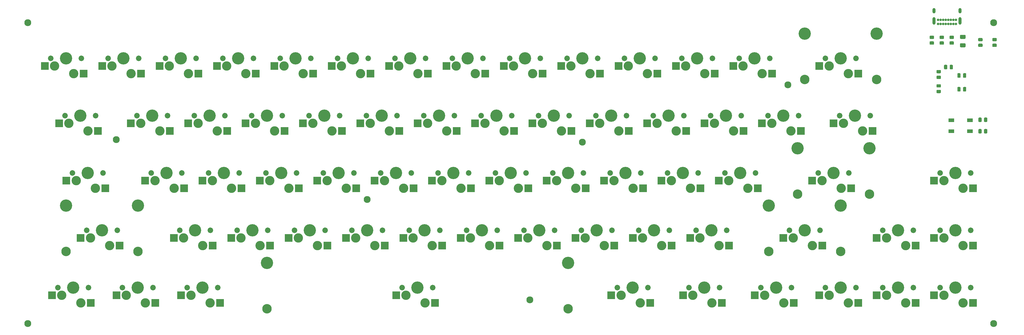
<source format=gts>
%TF.GenerationSoftware,KiCad,Pcbnew,(5.1.6)-1*%
%TF.CreationDate,2020-07-27T20:44:57-04:00*%
%TF.ProjectId,keyboard,6b657962-6f61-4726-942e-6b696361645f,rev?*%
%TF.SameCoordinates,Original*%
%TF.FileFunction,Soldermask,Top*%
%TF.FilePolarity,Negative*%
%FSLAX46Y46*%
G04 Gerber Fmt 4.6, Leading zero omitted, Abs format (unit mm)*
G04 Created by KiCad (PCBNEW (5.1.6)-1) date 2020-07-27 20:44:57*
%MOMM*%
%LPD*%
G01*
G04 APERTURE LIST*
%ADD10C,2.300000*%
%ADD11C,4.087800*%
%ADD12C,3.148000*%
%ADD13R,2.650000X2.600000*%
%ADD14C,1.850000*%
%ADD15C,3.100000*%
%ADD16R,1.900000X1.200000*%
%ADD17O,1.000000X1.800000*%
%ADD18O,1.000000X2.500000*%
%ADD19C,0.800000*%
G04 APERTURE END LIST*
D10*
%TO.C,M2_2.2mm*%
X149225000Y-159543750D03*
%TD*%
%TO.C,M2_2.2mm*%
X220662500Y-140493750D03*
%TD*%
%TO.C,M2_2.2mm*%
X288925000Y-121443750D03*
%TD*%
%TO.C,M2_2.2mm*%
X65881250Y-139700000D03*
%TD*%
%TO.C,M2_2.2mm*%
X203200000Y-192913000D03*
%TD*%
%TO.C,M2_2.2mm*%
X357187500Y-100806250D03*
%TD*%
%TO.C,M2_2.2mm*%
X357187500Y-200818750D03*
%TD*%
%TO.C,M2_2.2mm*%
X36512500Y-100806250D03*
%TD*%
%TO.C,M2_2.2mm*%
X36512500Y-200818750D03*
%TD*%
D11*
%TO.C,MX41*%
X292068250Y-142557500D03*
X315944250Y-142557500D03*
D12*
X292068250Y-157797500D03*
X315944250Y-157797500D03*
D13*
X309848250Y-155892500D03*
X296921250Y-153352500D03*
D14*
X309086250Y-150812500D03*
X298926250Y-150812500D03*
D15*
X300196250Y-153352500D03*
D11*
X304006250Y-150812500D03*
D15*
X306546250Y-155892500D03*
%TD*%
D16*
%TO.C,SW1*%
X349377000Y-133206000D03*
X343177000Y-136906000D03*
X349377000Y-136906000D03*
X343177000Y-133206000D03*
%TD*%
%TO.C,R8*%
G36*
G01*
X357023750Y-107793500D02*
X357986250Y-107793500D01*
G75*
G02*
X358255000Y-108062250I0J-268750D01*
G01*
X358255000Y-108599750D01*
G75*
G02*
X357986250Y-108868500I-268750J0D01*
G01*
X357023750Y-108868500D01*
G75*
G02*
X356755000Y-108599750I0J268750D01*
G01*
X356755000Y-108062250D01*
G75*
G02*
X357023750Y-107793500I268750J0D01*
G01*
G37*
G36*
G01*
X357023750Y-105918500D02*
X357986250Y-105918500D01*
G75*
G02*
X358255000Y-106187250I0J-268750D01*
G01*
X358255000Y-106724750D01*
G75*
G02*
X357986250Y-106993500I-268750J0D01*
G01*
X357023750Y-106993500D01*
G75*
G02*
X356755000Y-106724750I0J268750D01*
G01*
X356755000Y-106187250D01*
G75*
G02*
X357023750Y-105918500I268750J0D01*
G01*
G37*
%TD*%
%TO.C,R7*%
G36*
G01*
X337158250Y-106231500D02*
X336195750Y-106231500D01*
G75*
G02*
X335927000Y-105962750I0J268750D01*
G01*
X335927000Y-105425250D01*
G75*
G02*
X336195750Y-105156500I268750J0D01*
G01*
X337158250Y-105156500D01*
G75*
G02*
X337427000Y-105425250I0J-268750D01*
G01*
X337427000Y-105962750D01*
G75*
G02*
X337158250Y-106231500I-268750J0D01*
G01*
G37*
G36*
G01*
X337158250Y-108106500D02*
X336195750Y-108106500D01*
G75*
G02*
X335927000Y-107837750I0J268750D01*
G01*
X335927000Y-107300250D01*
G75*
G02*
X336195750Y-107031500I268750J0D01*
G01*
X337158250Y-107031500D01*
G75*
G02*
X337427000Y-107300250I0J-268750D01*
G01*
X337427000Y-107837750D01*
G75*
G02*
X337158250Y-108106500I-268750J0D01*
G01*
G37*
%TD*%
%TO.C,R4*%
G36*
G01*
X353216500Y-132614750D02*
X353216500Y-133577250D01*
G75*
G02*
X352947750Y-133846000I-268750J0D01*
G01*
X352410250Y-133846000D01*
G75*
G02*
X352141500Y-133577250I0J268750D01*
G01*
X352141500Y-132614750D01*
G75*
G02*
X352410250Y-132346000I268750J0D01*
G01*
X352947750Y-132346000D01*
G75*
G02*
X353216500Y-132614750I0J-268750D01*
G01*
G37*
G36*
G01*
X355091500Y-132614750D02*
X355091500Y-133577250D01*
G75*
G02*
X354822750Y-133846000I-268750J0D01*
G01*
X354285250Y-133846000D01*
G75*
G02*
X354016500Y-133577250I0J268750D01*
G01*
X354016500Y-132614750D01*
G75*
G02*
X354285250Y-132346000I268750J0D01*
G01*
X354822750Y-132346000D01*
G75*
G02*
X355091500Y-132614750I0J-268750D01*
G01*
G37*
%TD*%
%TO.C,R3*%
G36*
G01*
X343762250Y-106231500D02*
X342799750Y-106231500D01*
G75*
G02*
X342531000Y-105962750I0J268750D01*
G01*
X342531000Y-105425250D01*
G75*
G02*
X342799750Y-105156500I268750J0D01*
G01*
X343762250Y-105156500D01*
G75*
G02*
X344031000Y-105425250I0J-268750D01*
G01*
X344031000Y-105962750D01*
G75*
G02*
X343762250Y-106231500I-268750J0D01*
G01*
G37*
G36*
G01*
X343762250Y-108106500D02*
X342799750Y-108106500D01*
G75*
G02*
X342531000Y-107837750I0J268750D01*
G01*
X342531000Y-107300250D01*
G75*
G02*
X342799750Y-107031500I268750J0D01*
G01*
X343762250Y-107031500D01*
G75*
G02*
X344031000Y-107300250I0J-268750D01*
G01*
X344031000Y-107837750D01*
G75*
G02*
X343762250Y-108106500I-268750J0D01*
G01*
G37*
%TD*%
%TO.C,R2*%
G36*
G01*
X340460250Y-106231500D02*
X339497750Y-106231500D01*
G75*
G02*
X339229000Y-105962750I0J268750D01*
G01*
X339229000Y-105425250D01*
G75*
G02*
X339497750Y-105156500I268750J0D01*
G01*
X340460250Y-105156500D01*
G75*
G02*
X340729000Y-105425250I0J-268750D01*
G01*
X340729000Y-105962750D01*
G75*
G02*
X340460250Y-106231500I-268750J0D01*
G01*
G37*
G36*
G01*
X340460250Y-108106500D02*
X339497750Y-108106500D01*
G75*
G02*
X339229000Y-107837750I0J268750D01*
G01*
X339229000Y-107300250D01*
G75*
G02*
X339497750Y-107031500I268750J0D01*
G01*
X340460250Y-107031500D01*
G75*
G02*
X340729000Y-107300250I0J-268750D01*
G01*
X340729000Y-107837750D01*
G75*
G02*
X340460250Y-108106500I-268750J0D01*
G01*
G37*
%TD*%
D13*
%TO.C,MX66*%
X350329500Y-193992500D03*
X337402500Y-191452500D03*
D14*
X349567500Y-188912500D03*
X339407500Y-188912500D03*
D15*
X340677500Y-191452500D03*
D11*
X344487500Y-188912500D03*
D15*
X347027500Y-193992500D03*
%TD*%
D13*
%TO.C,MX65*%
X331279500Y-193992500D03*
X318352500Y-191452500D03*
D14*
X330517500Y-188912500D03*
X320357500Y-188912500D03*
D15*
X321627500Y-191452500D03*
D11*
X325437500Y-188912500D03*
D15*
X327977500Y-193992500D03*
%TD*%
D13*
%TO.C,MX64*%
X312229500Y-193992500D03*
X299302500Y-191452500D03*
D14*
X311467500Y-188912500D03*
X301307500Y-188912500D03*
D15*
X302577500Y-191452500D03*
D11*
X306387500Y-188912500D03*
D15*
X308927500Y-193992500D03*
%TD*%
D13*
%TO.C,MX63*%
X290798250Y-193992500D03*
X277871250Y-191452500D03*
D14*
X290036250Y-188912500D03*
X279876250Y-188912500D03*
D15*
X281146250Y-191452500D03*
D11*
X284956250Y-188912500D03*
D15*
X287496250Y-193992500D03*
%TD*%
D13*
%TO.C,MX62*%
X266985750Y-193992500D03*
X254058750Y-191452500D03*
D14*
X266223750Y-188912500D03*
X256063750Y-188912500D03*
D15*
X257333750Y-191452500D03*
D11*
X261143750Y-188912500D03*
D15*
X263683750Y-193992500D03*
%TD*%
D13*
%TO.C,MX61*%
X243173250Y-193992500D03*
X230246250Y-191452500D03*
D14*
X242411250Y-188912500D03*
X232251250Y-188912500D03*
D15*
X233521250Y-191452500D03*
D11*
X237331250Y-188912500D03*
D15*
X239871250Y-193992500D03*
%TD*%
D11*
%TO.C,MX60*%
X115893850Y-180657500D03*
X215893650Y-180657500D03*
D12*
X115893850Y-195897500D03*
X215893650Y-195897500D03*
D13*
X171735750Y-193992500D03*
X158808750Y-191452500D03*
D14*
X170973750Y-188912500D03*
X160813750Y-188912500D03*
D15*
X162083750Y-191452500D03*
D11*
X165893750Y-188912500D03*
D15*
X168433750Y-193992500D03*
%TD*%
D13*
%TO.C,MX59*%
X100298250Y-193992500D03*
X87371250Y-191452500D03*
D14*
X99536250Y-188912500D03*
X89376250Y-188912500D03*
D15*
X90646250Y-191452500D03*
D11*
X94456250Y-188912500D03*
D15*
X96996250Y-193992500D03*
%TD*%
D13*
%TO.C,MX58*%
X78867000Y-193992500D03*
X65940000Y-191452500D03*
D14*
X78105000Y-188912500D03*
X67945000Y-188912500D03*
D15*
X69215000Y-191452500D03*
D11*
X73025000Y-188912500D03*
D15*
X75565000Y-193992500D03*
%TD*%
D13*
%TO.C,MX57*%
X57435750Y-193992500D03*
X44508750Y-191452500D03*
D14*
X56673750Y-188912500D03*
X46513750Y-188912500D03*
D15*
X47783750Y-191452500D03*
D11*
X51593750Y-188912500D03*
D15*
X54133750Y-193992500D03*
%TD*%
D13*
%TO.C,MX56*%
X350329500Y-174942500D03*
X337402500Y-172402500D03*
D14*
X349567500Y-169862500D03*
X339407500Y-169862500D03*
D15*
X340677500Y-172402500D03*
D11*
X344487500Y-169862500D03*
D15*
X347027500Y-174942500D03*
%TD*%
D13*
%TO.C,MX55*%
X331279500Y-174942500D03*
X318352500Y-172402500D03*
D14*
X330517500Y-169862500D03*
X320357500Y-169862500D03*
D15*
X321627500Y-172402500D03*
D11*
X325437500Y-169862500D03*
D15*
X327977500Y-174942500D03*
%TD*%
D11*
%TO.C,MX54*%
X282543250Y-161607500D03*
X306419250Y-161607500D03*
D12*
X282543250Y-176847500D03*
X306419250Y-176847500D03*
D13*
X300323250Y-174942500D03*
X287396250Y-172402500D03*
D14*
X299561250Y-169862500D03*
X289401250Y-169862500D03*
D15*
X290671250Y-172402500D03*
D11*
X294481250Y-169862500D03*
D15*
X297021250Y-174942500D03*
%TD*%
D13*
%TO.C,MX53*%
X269367000Y-174942500D03*
X256440000Y-172402500D03*
D14*
X268605000Y-169862500D03*
X258445000Y-169862500D03*
D15*
X259715000Y-172402500D03*
D11*
X263525000Y-169862500D03*
D15*
X266065000Y-174942500D03*
%TD*%
D13*
%TO.C,MX52*%
X250317000Y-174942500D03*
X237390000Y-172402500D03*
D14*
X249555000Y-169862500D03*
X239395000Y-169862500D03*
D15*
X240665000Y-172402500D03*
D11*
X244475000Y-169862500D03*
D15*
X247015000Y-174942500D03*
%TD*%
D13*
%TO.C,MX51*%
X231267000Y-174942500D03*
X218340000Y-172402500D03*
D14*
X230505000Y-169862500D03*
X220345000Y-169862500D03*
D15*
X221615000Y-172402500D03*
D11*
X225425000Y-169862500D03*
D15*
X227965000Y-174942500D03*
%TD*%
D13*
%TO.C,MX50*%
X212217000Y-174942500D03*
X199290000Y-172402500D03*
D14*
X211455000Y-169862500D03*
X201295000Y-169862500D03*
D15*
X202565000Y-172402500D03*
D11*
X206375000Y-169862500D03*
D15*
X208915000Y-174942500D03*
%TD*%
D13*
%TO.C,MX49*%
X193167000Y-174942500D03*
X180240000Y-172402500D03*
D14*
X192405000Y-169862500D03*
X182245000Y-169862500D03*
D15*
X183515000Y-172402500D03*
D11*
X187325000Y-169862500D03*
D15*
X189865000Y-174942500D03*
%TD*%
D13*
%TO.C,MX48*%
X174117000Y-174942500D03*
X161190000Y-172402500D03*
D14*
X173355000Y-169862500D03*
X163195000Y-169862500D03*
D15*
X164465000Y-172402500D03*
D11*
X168275000Y-169862500D03*
D15*
X170815000Y-174942500D03*
%TD*%
D13*
%TO.C,MX47*%
X155067000Y-174942500D03*
X142140000Y-172402500D03*
D14*
X154305000Y-169862500D03*
X144145000Y-169862500D03*
D15*
X145415000Y-172402500D03*
D11*
X149225000Y-169862500D03*
D15*
X151765000Y-174942500D03*
%TD*%
D13*
%TO.C,MX46*%
X136017000Y-174942500D03*
X123090000Y-172402500D03*
D14*
X135255000Y-169862500D03*
X125095000Y-169862500D03*
D15*
X126365000Y-172402500D03*
D11*
X130175000Y-169862500D03*
D15*
X132715000Y-174942500D03*
%TD*%
D13*
%TO.C,MX45*%
X116967000Y-174942500D03*
X104040000Y-172402500D03*
D14*
X116205000Y-169862500D03*
X106045000Y-169862500D03*
D15*
X107315000Y-172402500D03*
D11*
X111125000Y-169862500D03*
D15*
X113665000Y-174942500D03*
%TD*%
D13*
%TO.C,MX44*%
X97917000Y-174942500D03*
X84990000Y-172402500D03*
D14*
X97155000Y-169862500D03*
X86995000Y-169862500D03*
D15*
X88265000Y-172402500D03*
D11*
X92075000Y-169862500D03*
D15*
X94615000Y-174942500D03*
%TD*%
D11*
%TO.C,MX43*%
X49180750Y-161607500D03*
X73056750Y-161607500D03*
D12*
X49180750Y-176847500D03*
X73056750Y-176847500D03*
D13*
X66960750Y-174942500D03*
X54033750Y-172402500D03*
D14*
X66198750Y-169862500D03*
X56038750Y-169862500D03*
D15*
X57308750Y-172402500D03*
D11*
X61118750Y-169862500D03*
D15*
X63658750Y-174942500D03*
%TD*%
D13*
%TO.C,MX42*%
X350329500Y-155892500D03*
X337402500Y-153352500D03*
D14*
X349567500Y-150812500D03*
X339407500Y-150812500D03*
D15*
X340677500Y-153352500D03*
D11*
X344487500Y-150812500D03*
D15*
X347027500Y-155892500D03*
%TD*%
D13*
%TO.C,MX40*%
X278892000Y-155892500D03*
X265965000Y-153352500D03*
D14*
X278130000Y-150812500D03*
X267970000Y-150812500D03*
D15*
X269240000Y-153352500D03*
D11*
X273050000Y-150812500D03*
D15*
X275590000Y-155892500D03*
%TD*%
D13*
%TO.C,MX39*%
X259842000Y-155892500D03*
X246915000Y-153352500D03*
D14*
X259080000Y-150812500D03*
X248920000Y-150812500D03*
D15*
X250190000Y-153352500D03*
D11*
X254000000Y-150812500D03*
D15*
X256540000Y-155892500D03*
%TD*%
D13*
%TO.C,MX38*%
X240792000Y-155892500D03*
X227865000Y-153352500D03*
D14*
X240030000Y-150812500D03*
X229870000Y-150812500D03*
D15*
X231140000Y-153352500D03*
D11*
X234950000Y-150812500D03*
D15*
X237490000Y-155892500D03*
%TD*%
D13*
%TO.C,MX37*%
X221742000Y-155892500D03*
X208815000Y-153352500D03*
D14*
X220980000Y-150812500D03*
X210820000Y-150812500D03*
D15*
X212090000Y-153352500D03*
D11*
X215900000Y-150812500D03*
D15*
X218440000Y-155892500D03*
%TD*%
D13*
%TO.C,MX36*%
X202692000Y-155892500D03*
X189765000Y-153352500D03*
D14*
X201930000Y-150812500D03*
X191770000Y-150812500D03*
D15*
X193040000Y-153352500D03*
D11*
X196850000Y-150812500D03*
D15*
X199390000Y-155892500D03*
%TD*%
D13*
%TO.C,MX35*%
X183642000Y-155892500D03*
X170715000Y-153352500D03*
D14*
X182880000Y-150812500D03*
X172720000Y-150812500D03*
D15*
X173990000Y-153352500D03*
D11*
X177800000Y-150812500D03*
D15*
X180340000Y-155892500D03*
%TD*%
D13*
%TO.C,MX34*%
X164592000Y-155892500D03*
X151665000Y-153352500D03*
D14*
X163830000Y-150812500D03*
X153670000Y-150812500D03*
D15*
X154940000Y-153352500D03*
D11*
X158750000Y-150812500D03*
D15*
X161290000Y-155892500D03*
%TD*%
D13*
%TO.C,MX33*%
X145542000Y-155892500D03*
X132615000Y-153352500D03*
D14*
X144780000Y-150812500D03*
X134620000Y-150812500D03*
D15*
X135890000Y-153352500D03*
D11*
X139700000Y-150812500D03*
D15*
X142240000Y-155892500D03*
%TD*%
D13*
%TO.C,MX32*%
X126492000Y-155892500D03*
X113565000Y-153352500D03*
D14*
X125730000Y-150812500D03*
X115570000Y-150812500D03*
D15*
X116840000Y-153352500D03*
D11*
X120650000Y-150812500D03*
D15*
X123190000Y-155892500D03*
%TD*%
D13*
%TO.C,MX31*%
X107442000Y-155892500D03*
X94515000Y-153352500D03*
D14*
X106680000Y-150812500D03*
X96520000Y-150812500D03*
D15*
X97790000Y-153352500D03*
D11*
X101600000Y-150812500D03*
D15*
X104140000Y-155892500D03*
%TD*%
D13*
%TO.C,MX30*%
X88392000Y-155892500D03*
X75465000Y-153352500D03*
D14*
X87630000Y-150812500D03*
X77470000Y-150812500D03*
D15*
X78740000Y-153352500D03*
D11*
X82550000Y-150812500D03*
D15*
X85090000Y-155892500D03*
%TD*%
D13*
%TO.C,MX29*%
X62198250Y-155892500D03*
X49271250Y-153352500D03*
D14*
X61436250Y-150812500D03*
X51276250Y-150812500D03*
D15*
X52546250Y-153352500D03*
D11*
X56356250Y-150812500D03*
D15*
X58896250Y-155892500D03*
%TD*%
D13*
%TO.C,MX28*%
X316992000Y-136842500D03*
X304065000Y-134302500D03*
D14*
X316230000Y-131762500D03*
X306070000Y-131762500D03*
D15*
X307340000Y-134302500D03*
D11*
X311150000Y-131762500D03*
D15*
X313690000Y-136842500D03*
%TD*%
D13*
%TO.C,MX27*%
X293179500Y-136842500D03*
X280252500Y-134302500D03*
D14*
X292417500Y-131762500D03*
X282257500Y-131762500D03*
D15*
X283527500Y-134302500D03*
D11*
X287337500Y-131762500D03*
D15*
X289877500Y-136842500D03*
%TD*%
D13*
%TO.C,MX26*%
X274129500Y-136842500D03*
X261202500Y-134302500D03*
D14*
X273367500Y-131762500D03*
X263207500Y-131762500D03*
D15*
X264477500Y-134302500D03*
D11*
X268287500Y-131762500D03*
D15*
X270827500Y-136842500D03*
%TD*%
D13*
%TO.C,MX25*%
X255079500Y-136842500D03*
X242152500Y-134302500D03*
D14*
X254317500Y-131762500D03*
X244157500Y-131762500D03*
D15*
X245427500Y-134302500D03*
D11*
X249237500Y-131762500D03*
D15*
X251777500Y-136842500D03*
%TD*%
D13*
%TO.C,MX24*%
X236029500Y-136842500D03*
X223102500Y-134302500D03*
D14*
X235267500Y-131762500D03*
X225107500Y-131762500D03*
D15*
X226377500Y-134302500D03*
D11*
X230187500Y-131762500D03*
D15*
X232727500Y-136842500D03*
%TD*%
D13*
%TO.C,MX23*%
X216979500Y-136842500D03*
X204052500Y-134302500D03*
D14*
X216217500Y-131762500D03*
X206057500Y-131762500D03*
D15*
X207327500Y-134302500D03*
D11*
X211137500Y-131762500D03*
D15*
X213677500Y-136842500D03*
%TD*%
D13*
%TO.C,MX22*%
X197929500Y-136842500D03*
X185002500Y-134302500D03*
D14*
X197167500Y-131762500D03*
X187007500Y-131762500D03*
D15*
X188277500Y-134302500D03*
D11*
X192087500Y-131762500D03*
D15*
X194627500Y-136842500D03*
%TD*%
D13*
%TO.C,MX21*%
X178879500Y-136842500D03*
X165952500Y-134302500D03*
D14*
X178117500Y-131762500D03*
X167957500Y-131762500D03*
D15*
X169227500Y-134302500D03*
D11*
X173037500Y-131762500D03*
D15*
X175577500Y-136842500D03*
%TD*%
D13*
%TO.C,MX20*%
X159829500Y-136842500D03*
X146902500Y-134302500D03*
D14*
X159067500Y-131762500D03*
X148907500Y-131762500D03*
D15*
X150177500Y-134302500D03*
D11*
X153987500Y-131762500D03*
D15*
X156527500Y-136842500D03*
%TD*%
D13*
%TO.C,MX19*%
X140779500Y-136842500D03*
X127852500Y-134302500D03*
D14*
X140017500Y-131762500D03*
X129857500Y-131762500D03*
D15*
X131127500Y-134302500D03*
D11*
X134937500Y-131762500D03*
D15*
X137477500Y-136842500D03*
%TD*%
D13*
%TO.C,MX18*%
X121729500Y-136842500D03*
X108802500Y-134302500D03*
D14*
X120967500Y-131762500D03*
X110807500Y-131762500D03*
D15*
X112077500Y-134302500D03*
D11*
X115887500Y-131762500D03*
D15*
X118427500Y-136842500D03*
%TD*%
D13*
%TO.C,MX17*%
X102679500Y-136842500D03*
X89752500Y-134302500D03*
D14*
X101917500Y-131762500D03*
X91757500Y-131762500D03*
D15*
X93027500Y-134302500D03*
D11*
X96837500Y-131762500D03*
D15*
X99377500Y-136842500D03*
%TD*%
D13*
%TO.C,MX16*%
X83629500Y-136842500D03*
X70702500Y-134302500D03*
D14*
X82867500Y-131762500D03*
X72707500Y-131762500D03*
D15*
X73977500Y-134302500D03*
D11*
X77787500Y-131762500D03*
D15*
X80327500Y-136842500D03*
%TD*%
D13*
%TO.C,MX15*%
X59817000Y-136842500D03*
X46890000Y-134302500D03*
D14*
X59055000Y-131762500D03*
X48895000Y-131762500D03*
D15*
X50165000Y-134302500D03*
D11*
X53975000Y-131762500D03*
D15*
X56515000Y-136842500D03*
%TD*%
D11*
%TO.C,MX14*%
X294449500Y-104457500D03*
X318325500Y-104457500D03*
D12*
X294449500Y-119697500D03*
X318325500Y-119697500D03*
D13*
X312229500Y-117792500D03*
X299302500Y-115252500D03*
D14*
X311467500Y-112712500D03*
X301307500Y-112712500D03*
D15*
X302577500Y-115252500D03*
D11*
X306387500Y-112712500D03*
D15*
X308927500Y-117792500D03*
%TD*%
D13*
%TO.C,MX13*%
X283654500Y-117792500D03*
X270727500Y-115252500D03*
D14*
X282892500Y-112712500D03*
X272732500Y-112712500D03*
D15*
X274002500Y-115252500D03*
D11*
X277812500Y-112712500D03*
D15*
X280352500Y-117792500D03*
%TD*%
D13*
%TO.C,MX12*%
X264604500Y-117792500D03*
X251677500Y-115252500D03*
D14*
X263842500Y-112712500D03*
X253682500Y-112712500D03*
D15*
X254952500Y-115252500D03*
D11*
X258762500Y-112712500D03*
D15*
X261302500Y-117792500D03*
%TD*%
D13*
%TO.C,MX11*%
X245554500Y-117792500D03*
X232627500Y-115252500D03*
D14*
X244792500Y-112712500D03*
X234632500Y-112712500D03*
D15*
X235902500Y-115252500D03*
D11*
X239712500Y-112712500D03*
D15*
X242252500Y-117792500D03*
%TD*%
D13*
%TO.C,MX10*%
X226504500Y-117792500D03*
X213577500Y-115252500D03*
D14*
X225742500Y-112712500D03*
X215582500Y-112712500D03*
D15*
X216852500Y-115252500D03*
D11*
X220662500Y-112712500D03*
D15*
X223202500Y-117792500D03*
%TD*%
D13*
%TO.C,MX9*%
X207454500Y-117792500D03*
X194527500Y-115252500D03*
D14*
X206692500Y-112712500D03*
X196532500Y-112712500D03*
D15*
X197802500Y-115252500D03*
D11*
X201612500Y-112712500D03*
D15*
X204152500Y-117792500D03*
%TD*%
D13*
%TO.C,MX8*%
X188404500Y-117792500D03*
X175477500Y-115252500D03*
D14*
X187642500Y-112712500D03*
X177482500Y-112712500D03*
D15*
X178752500Y-115252500D03*
D11*
X182562500Y-112712500D03*
D15*
X185102500Y-117792500D03*
%TD*%
D13*
%TO.C,MX7*%
X169354500Y-117792500D03*
X156427500Y-115252500D03*
D14*
X168592500Y-112712500D03*
X158432500Y-112712500D03*
D15*
X159702500Y-115252500D03*
D11*
X163512500Y-112712500D03*
D15*
X166052500Y-117792500D03*
%TD*%
D13*
%TO.C,MX6*%
X150304500Y-117792500D03*
X137377500Y-115252500D03*
D14*
X149542500Y-112712500D03*
X139382500Y-112712500D03*
D15*
X140652500Y-115252500D03*
D11*
X144462500Y-112712500D03*
D15*
X147002500Y-117792500D03*
%TD*%
D13*
%TO.C,MX5*%
X131254500Y-117792500D03*
X118327500Y-115252500D03*
D14*
X130492500Y-112712500D03*
X120332500Y-112712500D03*
D15*
X121602500Y-115252500D03*
D11*
X125412500Y-112712500D03*
D15*
X127952500Y-117792500D03*
%TD*%
D13*
%TO.C,MX4*%
X112204500Y-117792500D03*
X99277500Y-115252500D03*
D14*
X111442500Y-112712500D03*
X101282500Y-112712500D03*
D15*
X102552500Y-115252500D03*
D11*
X106362500Y-112712500D03*
D15*
X108902500Y-117792500D03*
%TD*%
D13*
%TO.C,MX3*%
X93154500Y-117792500D03*
X80227500Y-115252500D03*
D14*
X92392500Y-112712500D03*
X82232500Y-112712500D03*
D15*
X83502500Y-115252500D03*
D11*
X87312500Y-112712500D03*
D15*
X89852500Y-117792500D03*
%TD*%
D13*
%TO.C,MX2*%
X74104500Y-117792500D03*
X61177500Y-115252500D03*
D14*
X73342500Y-112712500D03*
X63182500Y-112712500D03*
D15*
X64452500Y-115252500D03*
D11*
X68262500Y-112712500D03*
D15*
X70802500Y-117792500D03*
%TD*%
D13*
%TO.C,MX1*%
X55054500Y-117792500D03*
X42127500Y-115252500D03*
D14*
X54292500Y-112712500D03*
X44132500Y-112712500D03*
D15*
X45402500Y-115252500D03*
D11*
X49212500Y-112712500D03*
D15*
X51752500Y-117792500D03*
%TD*%
D17*
%TO.C,J1*%
X346072500Y-96859000D03*
X337422500Y-96859000D03*
D18*
X346072500Y-100239000D03*
X337422500Y-100239000D03*
D19*
X342172500Y-99869000D03*
X344722500Y-99869000D03*
X343872500Y-99869000D03*
X343022500Y-99869000D03*
X338772500Y-99869000D03*
X340472500Y-99869000D03*
X341322500Y-99869000D03*
X339622500Y-99869000D03*
X344722500Y-101219000D03*
X343872500Y-101219000D03*
X343022500Y-101219000D03*
X342172500Y-101219000D03*
X341322500Y-101219000D03*
X340472500Y-101219000D03*
X339622500Y-101219000D03*
X338772500Y-101219000D03*
%TD*%
%TO.C,F1*%
G36*
G01*
X347619000Y-106206000D02*
X346309000Y-106206000D01*
G75*
G02*
X346039000Y-105936000I0J270000D01*
G01*
X346039000Y-105126000D01*
G75*
G02*
X346309000Y-104856000I270000J0D01*
G01*
X347619000Y-104856000D01*
G75*
G02*
X347889000Y-105126000I0J-270000D01*
G01*
X347889000Y-105936000D01*
G75*
G02*
X347619000Y-106206000I-270000J0D01*
G01*
G37*
G36*
G01*
X347619000Y-109006000D02*
X346309000Y-109006000D01*
G75*
G02*
X346039000Y-108736000I0J270000D01*
G01*
X346039000Y-107926000D01*
G75*
G02*
X346309000Y-107656000I270000J0D01*
G01*
X347619000Y-107656000D01*
G75*
G02*
X347889000Y-107926000I0J-270000D01*
G01*
X347889000Y-108736000D01*
G75*
G02*
X347619000Y-109006000I-270000J0D01*
G01*
G37*
%TD*%
%TO.C,D67*%
G36*
G01*
X352324750Y-107793500D02*
X353287250Y-107793500D01*
G75*
G02*
X353556000Y-108062250I0J-268750D01*
G01*
X353556000Y-108599750D01*
G75*
G02*
X353287250Y-108868500I-268750J0D01*
G01*
X352324750Y-108868500D01*
G75*
G02*
X352056000Y-108599750I0J268750D01*
G01*
X352056000Y-108062250D01*
G75*
G02*
X352324750Y-107793500I268750J0D01*
G01*
G37*
G36*
G01*
X352324750Y-105918500D02*
X353287250Y-105918500D01*
G75*
G02*
X353556000Y-106187250I0J-268750D01*
G01*
X353556000Y-106724750D01*
G75*
G02*
X353287250Y-106993500I-268750J0D01*
G01*
X352324750Y-106993500D01*
G75*
G02*
X352056000Y-106724750I0J268750D01*
G01*
X352056000Y-106187250D01*
G75*
G02*
X352324750Y-105918500I268750J0D01*
G01*
G37*
%TD*%
%TO.C,C9*%
G36*
G01*
X354016500Y-137387250D02*
X354016500Y-136424750D01*
G75*
G02*
X354285250Y-136156000I268750J0D01*
G01*
X354822750Y-136156000D01*
G75*
G02*
X355091500Y-136424750I0J-268750D01*
G01*
X355091500Y-137387250D01*
G75*
G02*
X354822750Y-137656000I-268750J0D01*
G01*
X354285250Y-137656000D01*
G75*
G02*
X354016500Y-137387250I0J268750D01*
G01*
G37*
G36*
G01*
X352141500Y-137387250D02*
X352141500Y-136424750D01*
G75*
G02*
X352410250Y-136156000I268750J0D01*
G01*
X352947750Y-136156000D01*
G75*
G02*
X353216500Y-136424750I0J-268750D01*
G01*
X353216500Y-137387250D01*
G75*
G02*
X352947750Y-137656000I-268750J0D01*
G01*
X352410250Y-137656000D01*
G75*
G02*
X352141500Y-137387250I0J268750D01*
G01*
G37*
%TD*%
%TO.C,C6*%
G36*
G01*
X341816500Y-115088750D02*
X341816500Y-116051250D01*
G75*
G02*
X341547750Y-116320000I-268750J0D01*
G01*
X341010250Y-116320000D01*
G75*
G02*
X340741500Y-116051250I0J268750D01*
G01*
X340741500Y-115088750D01*
G75*
G02*
X341010250Y-114820000I268750J0D01*
G01*
X341547750Y-114820000D01*
G75*
G02*
X341816500Y-115088750I0J-268750D01*
G01*
G37*
G36*
G01*
X343691500Y-115088750D02*
X343691500Y-116051250D01*
G75*
G02*
X343422750Y-116320000I-268750J0D01*
G01*
X342885250Y-116320000D01*
G75*
G02*
X342616500Y-116051250I0J268750D01*
G01*
X342616500Y-115088750D01*
G75*
G02*
X342885250Y-114820000I268750J0D01*
G01*
X343422750Y-114820000D01*
G75*
G02*
X343691500Y-115088750I0J-268750D01*
G01*
G37*
%TD*%
%TO.C,C5*%
G36*
G01*
X347031500Y-118845250D02*
X347031500Y-117882750D01*
G75*
G02*
X347300250Y-117614000I268750J0D01*
G01*
X347837750Y-117614000D01*
G75*
G02*
X348106500Y-117882750I0J-268750D01*
G01*
X348106500Y-118845250D01*
G75*
G02*
X347837750Y-119114000I-268750J0D01*
G01*
X347300250Y-119114000D01*
G75*
G02*
X347031500Y-118845250I0J268750D01*
G01*
G37*
G36*
G01*
X345156500Y-118845250D02*
X345156500Y-117882750D01*
G75*
G02*
X345425250Y-117614000I268750J0D01*
G01*
X345962750Y-117614000D01*
G75*
G02*
X346231500Y-117882750I0J-268750D01*
G01*
X346231500Y-118845250D01*
G75*
G02*
X345962750Y-119114000I-268750J0D01*
G01*
X345425250Y-119114000D01*
G75*
G02*
X345156500Y-118845250I0J268750D01*
G01*
G37*
%TD*%
%TO.C,C4*%
G36*
G01*
X347031500Y-123417250D02*
X347031500Y-122454750D01*
G75*
G02*
X347300250Y-122186000I268750J0D01*
G01*
X347837750Y-122186000D01*
G75*
G02*
X348106500Y-122454750I0J-268750D01*
G01*
X348106500Y-123417250D01*
G75*
G02*
X347837750Y-123686000I-268750J0D01*
G01*
X347300250Y-123686000D01*
G75*
G02*
X347031500Y-123417250I0J268750D01*
G01*
G37*
G36*
G01*
X345156500Y-123417250D02*
X345156500Y-122454750D01*
G75*
G02*
X345425250Y-122186000I268750J0D01*
G01*
X345962750Y-122186000D01*
G75*
G02*
X346231500Y-122454750I0J-268750D01*
G01*
X346231500Y-123417250D01*
G75*
G02*
X345962750Y-123686000I-268750J0D01*
G01*
X345425250Y-123686000D01*
G75*
G02*
X345156500Y-123417250I0J268750D01*
G01*
G37*
%TD*%
%TO.C,C3*%
G36*
G01*
X339444250Y-122360500D02*
X338481750Y-122360500D01*
G75*
G02*
X338213000Y-122091750I0J268750D01*
G01*
X338213000Y-121554250D01*
G75*
G02*
X338481750Y-121285500I268750J0D01*
G01*
X339444250Y-121285500D01*
G75*
G02*
X339713000Y-121554250I0J-268750D01*
G01*
X339713000Y-122091750D01*
G75*
G02*
X339444250Y-122360500I-268750J0D01*
G01*
G37*
G36*
G01*
X339444250Y-124235500D02*
X338481750Y-124235500D01*
G75*
G02*
X338213000Y-123966750I0J268750D01*
G01*
X338213000Y-123429250D01*
G75*
G02*
X338481750Y-123160500I268750J0D01*
G01*
X339444250Y-123160500D01*
G75*
G02*
X339713000Y-123429250I0J-268750D01*
G01*
X339713000Y-123966750D01*
G75*
G02*
X339444250Y-124235500I-268750J0D01*
G01*
G37*
%TD*%
%TO.C,C2*%
G36*
G01*
X338481750Y-118431500D02*
X339444250Y-118431500D01*
G75*
G02*
X339713000Y-118700250I0J-268750D01*
G01*
X339713000Y-119237750D01*
G75*
G02*
X339444250Y-119506500I-268750J0D01*
G01*
X338481750Y-119506500D01*
G75*
G02*
X338213000Y-119237750I0J268750D01*
G01*
X338213000Y-118700250D01*
G75*
G02*
X338481750Y-118431500I268750J0D01*
G01*
G37*
G36*
G01*
X338481750Y-116556500D02*
X339444250Y-116556500D01*
G75*
G02*
X339713000Y-116825250I0J-268750D01*
G01*
X339713000Y-117362750D01*
G75*
G02*
X339444250Y-117631500I-268750J0D01*
G01*
X338481750Y-117631500D01*
G75*
G02*
X338213000Y-117362750I0J268750D01*
G01*
X338213000Y-116825250D01*
G75*
G02*
X338481750Y-116556500I268750J0D01*
G01*
G37*
%TD*%
M02*

</source>
